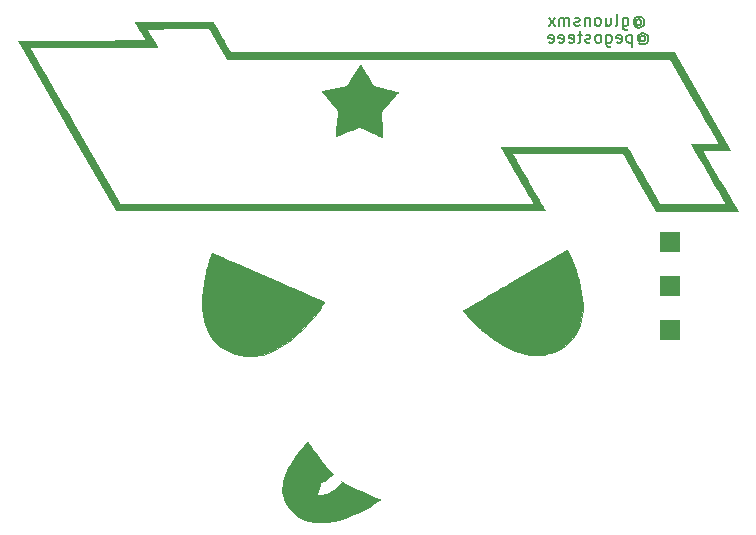
<source format=gbr>
%TF.GenerationSoftware,KiCad,Pcbnew,(6.0.9)*%
%TF.CreationDate,2023-10-21T14:44:12-07:00*%
%TF.ProjectId,pegoste2023,7065676f-7374-4653-9230-32332e6b6963,rev?*%
%TF.SameCoordinates,Original*%
%TF.FileFunction,Soldermask,Bot*%
%TF.FilePolarity,Negative*%
%FSLAX46Y46*%
G04 Gerber Fmt 4.6, Leading zero omitted, Abs format (unit mm)*
G04 Created by KiCad (PCBNEW (6.0.9)) date 2023-10-21 14:44:12*
%MOMM*%
%LPD*%
G01*
G04 APERTURE LIST*
%ADD10C,0.180000*%
%ADD11C,0.150000*%
%ADD12C,0.010000*%
%ADD13R,1.700000X1.700000*%
G04 APERTURE END LIST*
D10*
X164823809Y-77485714D02*
X164823809Y-78485714D01*
X164823809Y-77533333D02*
X164728571Y-77485714D01*
X164538095Y-77485714D01*
X164442857Y-77533333D01*
X164395238Y-77580952D01*
X164347619Y-77676190D01*
X164347619Y-77961904D01*
X164395238Y-78057142D01*
X164442857Y-78104761D01*
X164538095Y-78152380D01*
X164728571Y-78152380D01*
X164823809Y-78104761D01*
X163538095Y-78104761D02*
X163633333Y-78152380D01*
X163823809Y-78152380D01*
X163919047Y-78104761D01*
X163966666Y-78009523D01*
X163966666Y-77628571D01*
X163919047Y-77533333D01*
X163823809Y-77485714D01*
X163633333Y-77485714D01*
X163538095Y-77533333D01*
X163490476Y-77628571D01*
X163490476Y-77723809D01*
X163966666Y-77819047D01*
X162633333Y-77485714D02*
X162633333Y-78295238D01*
X162680952Y-78390476D01*
X162728571Y-78438095D01*
X162823809Y-78485714D01*
X162966666Y-78485714D01*
X163061904Y-78438095D01*
X162633333Y-78104761D02*
X162728571Y-78152380D01*
X162919047Y-78152380D01*
X163014285Y-78104761D01*
X163061904Y-78057142D01*
X163109523Y-77961904D01*
X163109523Y-77676190D01*
X163061904Y-77580952D01*
X163014285Y-77533333D01*
X162919047Y-77485714D01*
X162728571Y-77485714D01*
X162633333Y-77533333D01*
X162014285Y-78152380D02*
X162109523Y-78104761D01*
X162157142Y-78057142D01*
X162204761Y-77961904D01*
X162204761Y-77676190D01*
X162157142Y-77580952D01*
X162109523Y-77533333D01*
X162014285Y-77485714D01*
X161871428Y-77485714D01*
X161776190Y-77533333D01*
X161728571Y-77580952D01*
X161680952Y-77676190D01*
X161680952Y-77961904D01*
X161728571Y-78057142D01*
X161776190Y-78104761D01*
X161871428Y-78152380D01*
X162014285Y-78152380D01*
X161299999Y-78104761D02*
X161204761Y-78152380D01*
X161014285Y-78152380D01*
X160919047Y-78104761D01*
X160871428Y-78009523D01*
X160871428Y-77961904D01*
X160919047Y-77866666D01*
X161014285Y-77819047D01*
X161157142Y-77819047D01*
X161252380Y-77771428D01*
X161299999Y-77676190D01*
X161299999Y-77628571D01*
X161252380Y-77533333D01*
X161157142Y-77485714D01*
X161014285Y-77485714D01*
X160919047Y-77533333D01*
X160585714Y-77485714D02*
X160204761Y-77485714D01*
X160442857Y-77152380D02*
X160442857Y-78009523D01*
X160395238Y-78104761D01*
X160299999Y-78152380D01*
X160204761Y-78152380D01*
X159490476Y-78104761D02*
X159585714Y-78152380D01*
X159776190Y-78152380D01*
X159871428Y-78104761D01*
X159919047Y-78009523D01*
X159919047Y-77628571D01*
X159871428Y-77533333D01*
X159776190Y-77485714D01*
X159585714Y-77485714D01*
X159490476Y-77533333D01*
X159442857Y-77628571D01*
X159442857Y-77723809D01*
X159919047Y-77819047D01*
X158633333Y-78104761D02*
X158728571Y-78152380D01*
X158919047Y-78152380D01*
X159014285Y-78104761D01*
X159061904Y-78009523D01*
X159061904Y-77628571D01*
X159014285Y-77533333D01*
X158919047Y-77485714D01*
X158728571Y-77485714D01*
X158633333Y-77533333D01*
X158585714Y-77628571D01*
X158585714Y-77723809D01*
X159061904Y-77819047D01*
X157776190Y-78104761D02*
X157871428Y-78152380D01*
X158061904Y-78152380D01*
X158157142Y-78104761D01*
X158204761Y-78009523D01*
X158204761Y-77628571D01*
X158157142Y-77533333D01*
X158061904Y-77485714D01*
X157871428Y-77485714D01*
X157776190Y-77533333D01*
X157728571Y-77628571D01*
X157728571Y-77723809D01*
X158204761Y-77819047D01*
D11*
X165524366Y-77662399D02*
X165571985Y-77614780D01*
X165667223Y-77567161D01*
X165762461Y-77567161D01*
X165857699Y-77614780D01*
X165905318Y-77662399D01*
X165952937Y-77757637D01*
X165952937Y-77852875D01*
X165905318Y-77948113D01*
X165857699Y-77995732D01*
X165762461Y-78043351D01*
X165667223Y-78043351D01*
X165571985Y-77995732D01*
X165524366Y-77948113D01*
X165524366Y-77567161D02*
X165524366Y-77948113D01*
X165476747Y-77995732D01*
X165429128Y-77995732D01*
X165333890Y-77948113D01*
X165286271Y-77852875D01*
X165286271Y-77614780D01*
X165381509Y-77471923D01*
X165524366Y-77376685D01*
X165714842Y-77329066D01*
X165905318Y-77376685D01*
X166048175Y-77471923D01*
X166143413Y-77614780D01*
X166191032Y-77805256D01*
X166143413Y-77995732D01*
X166048175Y-78138589D01*
X165905318Y-78233828D01*
X165714842Y-78281447D01*
X165524366Y-78233828D01*
X165381509Y-78138589D01*
D10*
X164045572Y-76045064D02*
X164045572Y-76854588D01*
X164093191Y-76949826D01*
X164140810Y-76997445D01*
X164236048Y-77045064D01*
X164378905Y-77045064D01*
X164474143Y-76997445D01*
X164045572Y-76664111D02*
X164140810Y-76711730D01*
X164331286Y-76711730D01*
X164426524Y-76664111D01*
X164474143Y-76616492D01*
X164521762Y-76521254D01*
X164521762Y-76235540D01*
X164474143Y-76140302D01*
X164426524Y-76092683D01*
X164331286Y-76045064D01*
X164140810Y-76045064D01*
X164045572Y-76092683D01*
X163426524Y-76711730D02*
X163521762Y-76664111D01*
X163569381Y-76568873D01*
X163569381Y-75711730D01*
X162617000Y-76045064D02*
X162617000Y-76711730D01*
X163045572Y-76045064D02*
X163045572Y-76568873D01*
X162997953Y-76664111D01*
X162902715Y-76711730D01*
X162759858Y-76711730D01*
X162664620Y-76664111D01*
X162617000Y-76616492D01*
X161997953Y-76711730D02*
X162093191Y-76664111D01*
X162140810Y-76616492D01*
X162188429Y-76521254D01*
X162188429Y-76235540D01*
X162140810Y-76140302D01*
X162093191Y-76092683D01*
X161997953Y-76045064D01*
X161855096Y-76045064D01*
X161759858Y-76092683D01*
X161712239Y-76140302D01*
X161664620Y-76235540D01*
X161664620Y-76521254D01*
X161712239Y-76616492D01*
X161759858Y-76664111D01*
X161855096Y-76711730D01*
X161997953Y-76711730D01*
X161236048Y-76045064D02*
X161236048Y-76711730D01*
X161236048Y-76140302D02*
X161188429Y-76092683D01*
X161093191Y-76045064D01*
X160950334Y-76045064D01*
X160855096Y-76092683D01*
X160807477Y-76187921D01*
X160807477Y-76711730D01*
X160378905Y-76664111D02*
X160283667Y-76711730D01*
X160093191Y-76711730D01*
X159997953Y-76664111D01*
X159950334Y-76568873D01*
X159950334Y-76521254D01*
X159997953Y-76426016D01*
X160093191Y-76378397D01*
X160236048Y-76378397D01*
X160331286Y-76330778D01*
X160378905Y-76235540D01*
X160378905Y-76187921D01*
X160331286Y-76092683D01*
X160236048Y-76045064D01*
X160093191Y-76045064D01*
X159997953Y-76092683D01*
X159521762Y-76711730D02*
X159521762Y-76045064D01*
X159521762Y-76140302D02*
X159474143Y-76092683D01*
X159378905Y-76045064D01*
X159236048Y-76045064D01*
X159140810Y-76092683D01*
X159093191Y-76187921D01*
X159093191Y-76711730D01*
X159093191Y-76187921D02*
X159045572Y-76092683D01*
X158950334Y-76045064D01*
X158807477Y-76045064D01*
X158712239Y-76092683D01*
X158664620Y-76187921D01*
X158664620Y-76711730D01*
X158283667Y-76711730D02*
X157759858Y-76045064D01*
X158283667Y-76045064D02*
X157759858Y-76711730D01*
D11*
X165185714Y-76276190D02*
X165233333Y-76228571D01*
X165328571Y-76180952D01*
X165423809Y-76180952D01*
X165519047Y-76228571D01*
X165566666Y-76276190D01*
X165614285Y-76371428D01*
X165614285Y-76466666D01*
X165566666Y-76561904D01*
X165519047Y-76609523D01*
X165423809Y-76657142D01*
X165328571Y-76657142D01*
X165233333Y-76609523D01*
X165185714Y-76561904D01*
X165185714Y-76180952D02*
X165185714Y-76561904D01*
X165138095Y-76609523D01*
X165090476Y-76609523D01*
X164995238Y-76561904D01*
X164947619Y-76466666D01*
X164947619Y-76228571D01*
X165042857Y-76085714D01*
X165185714Y-75990476D01*
X165376190Y-75942857D01*
X165566666Y-75990476D01*
X165709523Y-76085714D01*
X165804761Y-76228571D01*
X165852380Y-76419047D01*
X165804761Y-76609523D01*
X165709523Y-76752380D01*
X165566666Y-76847619D01*
X165376190Y-76895238D01*
X165185714Y-76847619D01*
X165042857Y-76752380D01*
%TO.C,Ref\u002A\u002A*%
G36*
X141827619Y-80013208D02*
G01*
X141853359Y-80046655D01*
X141889466Y-80100572D01*
X141937470Y-80177447D01*
X141998902Y-80279765D01*
X142075290Y-80410015D01*
X142168163Y-80570682D01*
X142279053Y-80764255D01*
X142361855Y-80909497D01*
X142896747Y-81849072D01*
X143926035Y-82099431D01*
X144128469Y-82148800D01*
X144318680Y-82195439D01*
X144492650Y-82238345D01*
X144646358Y-82276515D01*
X144775786Y-82308945D01*
X144876913Y-82334633D01*
X144945721Y-82352576D01*
X144978190Y-82361769D01*
X144979951Y-82362461D01*
X144971395Y-82380454D01*
X144935870Y-82427287D01*
X144875241Y-82500802D01*
X144791375Y-82598842D01*
X144686135Y-82719251D01*
X144561388Y-82859872D01*
X144418998Y-83018548D01*
X144276159Y-83176270D01*
X144135061Y-83331599D01*
X144002968Y-83477291D01*
X143882551Y-83610382D01*
X143776480Y-83727909D01*
X143687425Y-83826906D01*
X143618056Y-83904409D01*
X143571043Y-83957454D01*
X143549057Y-83983077D01*
X143547740Y-83984982D01*
X143549269Y-84006966D01*
X143553653Y-84066998D01*
X143560580Y-84160910D01*
X143569742Y-84284535D01*
X143580829Y-84433704D01*
X143593533Y-84604252D01*
X143607543Y-84792009D01*
X143621818Y-84983010D01*
X143640487Y-85233545D01*
X143656054Y-85445114D01*
X143668682Y-85620959D01*
X143678536Y-85764323D01*
X143685780Y-85878445D01*
X143690579Y-85966570D01*
X143693096Y-86031937D01*
X143693496Y-86077788D01*
X143691944Y-86107366D01*
X143688603Y-86123912D01*
X143683639Y-86130667D01*
X143680031Y-86131374D01*
X143658180Y-86122712D01*
X143601552Y-86098184D01*
X143513895Y-86059468D01*
X143398960Y-86008240D01*
X143260497Y-85946177D01*
X143102254Y-85874958D01*
X142927982Y-85796258D01*
X142741430Y-85711755D01*
X142711656Y-85698246D01*
X142522942Y-85612867D01*
X142345383Y-85533054D01*
X142182809Y-85460491D01*
X142039048Y-85396862D01*
X141917929Y-85343852D01*
X141823281Y-85303146D01*
X141758932Y-85276428D01*
X141728712Y-85265383D01*
X141727406Y-85265183D01*
X141702097Y-85272846D01*
X141641512Y-85295128D01*
X141549511Y-85330504D01*
X141429950Y-85377444D01*
X141286689Y-85434423D01*
X141123585Y-85499911D01*
X140944495Y-85572383D01*
X140753279Y-85650311D01*
X140713285Y-85666676D01*
X140520969Y-85745161D01*
X140340724Y-85818203D01*
X140176296Y-85884322D01*
X140031432Y-85942036D01*
X139909878Y-85989862D01*
X139815379Y-86026318D01*
X139751684Y-86049923D01*
X139722536Y-86059195D01*
X139721125Y-86059156D01*
X139721763Y-86037322D01*
X139726563Y-85978326D01*
X139735003Y-85887079D01*
X139746561Y-85768493D01*
X139760717Y-85627480D01*
X139776949Y-85468950D01*
X139794735Y-85297815D01*
X139813555Y-85118986D01*
X139832887Y-84937376D01*
X139852210Y-84757895D01*
X139871002Y-84585456D01*
X139888743Y-84424968D01*
X139904910Y-84281345D01*
X139918983Y-84159497D01*
X139930440Y-84064336D01*
X139938759Y-84000772D01*
X139941522Y-83982713D01*
X139942379Y-83966260D01*
X139938123Y-83946586D01*
X139926588Y-83920889D01*
X139905607Y-83886361D01*
X139873015Y-83840200D01*
X139826645Y-83779600D01*
X139764331Y-83701756D01*
X139683906Y-83603864D01*
X139583205Y-83483119D01*
X139460061Y-83336716D01*
X139312309Y-83161850D01*
X139257764Y-83097401D01*
X139122510Y-82937474D01*
X138995743Y-82787285D01*
X138880062Y-82649937D01*
X138778070Y-82528529D01*
X138692364Y-82426164D01*
X138625545Y-82345941D01*
X138580213Y-82290963D01*
X138558968Y-82264330D01*
X138557700Y-82262404D01*
X138576721Y-82255464D01*
X138633304Y-82240999D01*
X138723516Y-82219877D01*
X138843427Y-82192963D01*
X138989105Y-82161128D01*
X139156619Y-82125238D01*
X139342036Y-82086162D01*
X139541426Y-82044767D01*
X139573700Y-82038123D01*
X139776873Y-81996218D01*
X139968318Y-81956487D01*
X140143855Y-81919816D01*
X140299303Y-81887090D01*
X140430481Y-81859192D01*
X140533208Y-81837009D01*
X140603302Y-81821425D01*
X140636583Y-81813324D01*
X140637866Y-81812911D01*
X140659363Y-81791125D01*
X140701303Y-81734649D01*
X140762555Y-81645213D01*
X140841983Y-81524550D01*
X140938455Y-81374390D01*
X141050836Y-81196465D01*
X141177994Y-80992505D01*
X141228016Y-80911670D01*
X141336920Y-80735631D01*
X141439649Y-80570106D01*
X141533954Y-80418684D01*
X141617585Y-80284952D01*
X141688290Y-80172499D01*
X141743820Y-80084912D01*
X141781926Y-80025779D01*
X141800356Y-79998689D01*
X141801126Y-79997776D01*
X141810718Y-79997744D01*
X141827619Y-80013208D01*
G37*
D12*
X141827619Y-80013208D02*
X141853359Y-80046655D01*
X141889466Y-80100572D01*
X141937470Y-80177447D01*
X141998902Y-80279765D01*
X142075290Y-80410015D01*
X142168163Y-80570682D01*
X142279053Y-80764255D01*
X142361855Y-80909497D01*
X142896747Y-81849072D01*
X143926035Y-82099431D01*
X144128469Y-82148800D01*
X144318680Y-82195439D01*
X144492650Y-82238345D01*
X144646358Y-82276515D01*
X144775786Y-82308945D01*
X144876913Y-82334633D01*
X144945721Y-82352576D01*
X144978190Y-82361769D01*
X144979951Y-82362461D01*
X144971395Y-82380454D01*
X144935870Y-82427287D01*
X144875241Y-82500802D01*
X144791375Y-82598842D01*
X144686135Y-82719251D01*
X144561388Y-82859872D01*
X144418998Y-83018548D01*
X144276159Y-83176270D01*
X144135061Y-83331599D01*
X144002968Y-83477291D01*
X143882551Y-83610382D01*
X143776480Y-83727909D01*
X143687425Y-83826906D01*
X143618056Y-83904409D01*
X143571043Y-83957454D01*
X143549057Y-83983077D01*
X143547740Y-83984982D01*
X143549269Y-84006966D01*
X143553653Y-84066998D01*
X143560580Y-84160910D01*
X143569742Y-84284535D01*
X143580829Y-84433704D01*
X143593533Y-84604252D01*
X143607543Y-84792009D01*
X143621818Y-84983010D01*
X143640487Y-85233545D01*
X143656054Y-85445114D01*
X143668682Y-85620959D01*
X143678536Y-85764323D01*
X143685780Y-85878445D01*
X143690579Y-85966570D01*
X143693096Y-86031937D01*
X143693496Y-86077788D01*
X143691944Y-86107366D01*
X143688603Y-86123912D01*
X143683639Y-86130667D01*
X143680031Y-86131374D01*
X143658180Y-86122712D01*
X143601552Y-86098184D01*
X143513895Y-86059468D01*
X143398960Y-86008240D01*
X143260497Y-85946177D01*
X143102254Y-85874958D01*
X142927982Y-85796258D01*
X142741430Y-85711755D01*
X142711656Y-85698246D01*
X142522942Y-85612867D01*
X142345383Y-85533054D01*
X142182809Y-85460491D01*
X142039048Y-85396862D01*
X141917929Y-85343852D01*
X141823281Y-85303146D01*
X141758932Y-85276428D01*
X141728712Y-85265383D01*
X141727406Y-85265183D01*
X141702097Y-85272846D01*
X141641512Y-85295128D01*
X141549511Y-85330504D01*
X141429950Y-85377444D01*
X141286689Y-85434423D01*
X141123585Y-85499911D01*
X140944495Y-85572383D01*
X140753279Y-85650311D01*
X140713285Y-85666676D01*
X140520969Y-85745161D01*
X140340724Y-85818203D01*
X140176296Y-85884322D01*
X140031432Y-85942036D01*
X139909878Y-85989862D01*
X139815379Y-86026318D01*
X139751684Y-86049923D01*
X139722536Y-86059195D01*
X139721125Y-86059156D01*
X139721763Y-86037322D01*
X139726563Y-85978326D01*
X139735003Y-85887079D01*
X139746561Y-85768493D01*
X139760717Y-85627480D01*
X139776949Y-85468950D01*
X139794735Y-85297815D01*
X139813555Y-85118986D01*
X139832887Y-84937376D01*
X139852210Y-84757895D01*
X139871002Y-84585456D01*
X139888743Y-84424968D01*
X139904910Y-84281345D01*
X139918983Y-84159497D01*
X139930440Y-84064336D01*
X139938759Y-84000772D01*
X139941522Y-83982713D01*
X139942379Y-83966260D01*
X139938123Y-83946586D01*
X139926588Y-83920889D01*
X139905607Y-83886361D01*
X139873015Y-83840200D01*
X139826645Y-83779600D01*
X139764331Y-83701756D01*
X139683906Y-83603864D01*
X139583205Y-83483119D01*
X139460061Y-83336716D01*
X139312309Y-83161850D01*
X139257764Y-83097401D01*
X139122510Y-82937474D01*
X138995743Y-82787285D01*
X138880062Y-82649937D01*
X138778070Y-82528529D01*
X138692364Y-82426164D01*
X138625545Y-82345941D01*
X138580213Y-82290963D01*
X138558968Y-82264330D01*
X138557700Y-82262404D01*
X138576721Y-82255464D01*
X138633304Y-82240999D01*
X138723516Y-82219877D01*
X138843427Y-82192963D01*
X138989105Y-82161128D01*
X139156619Y-82125238D01*
X139342036Y-82086162D01*
X139541426Y-82044767D01*
X139573700Y-82038123D01*
X139776873Y-81996218D01*
X139968318Y-81956487D01*
X140143855Y-81919816D01*
X140299303Y-81887090D01*
X140430481Y-81859192D01*
X140533208Y-81837009D01*
X140603302Y-81821425D01*
X140636583Y-81813324D01*
X140637866Y-81812911D01*
X140659363Y-81791125D01*
X140701303Y-81734649D01*
X140762555Y-81645213D01*
X140841983Y-81524550D01*
X140938455Y-81374390D01*
X141050836Y-81196465D01*
X141177994Y-80992505D01*
X141228016Y-80911670D01*
X141336920Y-80735631D01*
X141439649Y-80570106D01*
X141533954Y-80418684D01*
X141617585Y-80284952D01*
X141688290Y-80172499D01*
X141743820Y-80084912D01*
X141781926Y-80025779D01*
X141800356Y-79998689D01*
X141801126Y-79997776D01*
X141810718Y-79997744D01*
X141827619Y-80013208D01*
G36*
X137363826Y-111999420D02*
G01*
X137401623Y-112046680D01*
X137456831Y-112118217D01*
X137525656Y-112209088D01*
X137604304Y-112314349D01*
X137644255Y-112368299D01*
X137830370Y-112618844D01*
X138022096Y-112874144D01*
X138215953Y-113129717D01*
X138408461Y-113381079D01*
X138596141Y-113623749D01*
X138775513Y-113853244D01*
X138943097Y-114065081D01*
X139095415Y-114254777D01*
X139228987Y-114417851D01*
X139311981Y-114516716D01*
X139465121Y-114696632D01*
X139384472Y-114767257D01*
X139270782Y-114861631D01*
X139141916Y-114960007D01*
X139005573Y-115057264D01*
X138869453Y-115148277D01*
X138741257Y-115227926D01*
X138628682Y-115291088D01*
X138539431Y-115332640D01*
X138528488Y-115336707D01*
X138473311Y-115359565D01*
X138441272Y-115379289D01*
X138437675Y-115387277D01*
X138434451Y-115410868D01*
X138420517Y-115469371D01*
X138397387Y-115557167D01*
X138366577Y-115668637D01*
X138329600Y-115798162D01*
X138296019Y-115912954D01*
X138255323Y-116052886D01*
X138219843Y-116179242D01*
X138191047Y-116286431D01*
X138170402Y-116368860D01*
X138159374Y-116420937D01*
X138158525Y-116437057D01*
X138184548Y-116444282D01*
X138242030Y-116451736D01*
X138320122Y-116458119D01*
X138347846Y-116459732D01*
X138495914Y-116458278D01*
X138647748Y-116437517D01*
X138806106Y-116396010D01*
X138973750Y-116332317D01*
X139153438Y-116245000D01*
X139347932Y-116132621D01*
X139559991Y-115993740D01*
X139792374Y-115826920D01*
X140047843Y-115630721D01*
X140250969Y-115467736D01*
X140274614Y-115445324D01*
X140276809Y-115424118D01*
X140255169Y-115391099D01*
X140231706Y-115362541D01*
X140171656Y-115290576D01*
X140245740Y-115335060D01*
X140443694Y-115448870D01*
X140676970Y-115574206D01*
X140940845Y-115708867D01*
X141230594Y-115850652D01*
X141541494Y-115997359D01*
X141868821Y-116146785D01*
X142207851Y-116296731D01*
X142553861Y-116444994D01*
X142902127Y-116589373D01*
X143156156Y-116691482D01*
X143260886Y-116733513D01*
X143351683Y-116770931D01*
X143421208Y-116800635D01*
X143462124Y-116819526D01*
X143469419Y-116823818D01*
X143460890Y-116841839D01*
X143419365Y-116877874D01*
X143348886Y-116929433D01*
X143253493Y-116994029D01*
X143137229Y-117069173D01*
X143004136Y-117152376D01*
X142858253Y-117241150D01*
X142703624Y-117333006D01*
X142544290Y-117425456D01*
X142384292Y-117516010D01*
X142227671Y-117602182D01*
X142078470Y-117681481D01*
X142066073Y-117687921D01*
X141529079Y-117951092D01*
X141004048Y-118177687D01*
X140492055Y-118367354D01*
X139994178Y-118519740D01*
X139511490Y-118634492D01*
X139045068Y-118711258D01*
X138894122Y-118728272D01*
X138726927Y-118740335D01*
X138538636Y-118746373D01*
X138342588Y-118746519D01*
X138152123Y-118740909D01*
X137980580Y-118729675D01*
X137875073Y-118718016D01*
X137493486Y-118646176D01*
X137134902Y-118538814D01*
X136799220Y-118395883D01*
X136486341Y-118217336D01*
X136196163Y-118003123D01*
X135993149Y-117818814D01*
X135763684Y-117566184D01*
X135574350Y-117301145D01*
X135424406Y-117022304D01*
X135313108Y-116728268D01*
X135239713Y-116417644D01*
X135236874Y-116400734D01*
X135218955Y-116239115D01*
X135212163Y-116050602D01*
X135216053Y-115849021D01*
X135230181Y-115648200D01*
X135254103Y-115461965D01*
X135269745Y-115377932D01*
X135370497Y-114992827D01*
X135512182Y-114599175D01*
X135694434Y-114197712D01*
X135916885Y-113789177D01*
X136179166Y-113374309D01*
X136471850Y-112965791D01*
X136557450Y-112855437D01*
X136653163Y-112736593D01*
X136755226Y-112613491D01*
X136859878Y-112490362D01*
X136963355Y-112371436D01*
X137061896Y-112260943D01*
X137151738Y-112163116D01*
X137229119Y-112082185D01*
X137290277Y-112022381D01*
X137331449Y-111987935D01*
X137347236Y-111981379D01*
X137363826Y-111999420D01*
G37*
X137363826Y-111999420D02*
X137401623Y-112046680D01*
X137456831Y-112118217D01*
X137525656Y-112209088D01*
X137604304Y-112314349D01*
X137644255Y-112368299D01*
X137830370Y-112618844D01*
X138022096Y-112874144D01*
X138215953Y-113129717D01*
X138408461Y-113381079D01*
X138596141Y-113623749D01*
X138775513Y-113853244D01*
X138943097Y-114065081D01*
X139095415Y-114254777D01*
X139228987Y-114417851D01*
X139311981Y-114516716D01*
X139465121Y-114696632D01*
X139384472Y-114767257D01*
X139270782Y-114861631D01*
X139141916Y-114960007D01*
X139005573Y-115057264D01*
X138869453Y-115148277D01*
X138741257Y-115227926D01*
X138628682Y-115291088D01*
X138539431Y-115332640D01*
X138528488Y-115336707D01*
X138473311Y-115359565D01*
X138441272Y-115379289D01*
X138437675Y-115387277D01*
X138434451Y-115410868D01*
X138420517Y-115469371D01*
X138397387Y-115557167D01*
X138366577Y-115668637D01*
X138329600Y-115798162D01*
X138296019Y-115912954D01*
X138255323Y-116052886D01*
X138219843Y-116179242D01*
X138191047Y-116286431D01*
X138170402Y-116368860D01*
X138159374Y-116420937D01*
X138158525Y-116437057D01*
X138184548Y-116444282D01*
X138242030Y-116451736D01*
X138320122Y-116458119D01*
X138347846Y-116459732D01*
X138495914Y-116458278D01*
X138647748Y-116437517D01*
X138806106Y-116396010D01*
X138973750Y-116332317D01*
X139153438Y-116245000D01*
X139347932Y-116132621D01*
X139559991Y-115993740D01*
X139792374Y-115826920D01*
X140047843Y-115630721D01*
X140250969Y-115467736D01*
X140274614Y-115445324D01*
X140276809Y-115424118D01*
X140255169Y-115391099D01*
X140231706Y-115362541D01*
X140171656Y-115290576D01*
X140245740Y-115335060D01*
X140443694Y-115448870D01*
X140676970Y-115574206D01*
X140940845Y-115708867D01*
X141230594Y-115850652D01*
X141541494Y-115997359D01*
X141868821Y-116146785D01*
X142207851Y-116296731D01*
X142553861Y-116444994D01*
X142902127Y-116589373D01*
X143156156Y-116691482D01*
X143260886Y-116733513D01*
X143351683Y-116770931D01*
X143421208Y-116800635D01*
X143462124Y-116819526D01*
X143469419Y-116823818D01*
X143460890Y-116841839D01*
X143419365Y-116877874D01*
X143348886Y-116929433D01*
X143253493Y-116994029D01*
X143137229Y-117069173D01*
X143004136Y-117152376D01*
X142858253Y-117241150D01*
X142703624Y-117333006D01*
X142544290Y-117425456D01*
X142384292Y-117516010D01*
X142227671Y-117602182D01*
X142078470Y-117681481D01*
X142066073Y-117687921D01*
X141529079Y-117951092D01*
X141004048Y-118177687D01*
X140492055Y-118367354D01*
X139994178Y-118519740D01*
X139511490Y-118634492D01*
X139045068Y-118711258D01*
X138894122Y-118728272D01*
X138726927Y-118740335D01*
X138538636Y-118746373D01*
X138342588Y-118746519D01*
X138152123Y-118740909D01*
X137980580Y-118729675D01*
X137875073Y-118718016D01*
X137493486Y-118646176D01*
X137134902Y-118538814D01*
X136799220Y-118395883D01*
X136486341Y-118217336D01*
X136196163Y-118003123D01*
X135993149Y-117818814D01*
X135763684Y-117566184D01*
X135574350Y-117301145D01*
X135424406Y-117022304D01*
X135313108Y-116728268D01*
X135239713Y-116417644D01*
X135236874Y-116400734D01*
X135218955Y-116239115D01*
X135212163Y-116050602D01*
X135216053Y-115849021D01*
X135230181Y-115648200D01*
X135254103Y-115461965D01*
X135269745Y-115377932D01*
X135370497Y-114992827D01*
X135512182Y-114599175D01*
X135694434Y-114197712D01*
X135916885Y-113789177D01*
X136179166Y-113374309D01*
X136471850Y-112965791D01*
X136557450Y-112855437D01*
X136653163Y-112736593D01*
X136755226Y-112613491D01*
X136859878Y-112490362D01*
X136963355Y-112371436D01*
X137061896Y-112260943D01*
X137151738Y-112163116D01*
X137229119Y-112082185D01*
X137290277Y-112022381D01*
X137331449Y-111987935D01*
X137347236Y-111981379D01*
X137363826Y-111999420D01*
G36*
X118218532Y-77967261D02*
G01*
X118693074Y-77966765D01*
X119156606Y-77966209D01*
X119607341Y-77965598D01*
X120043490Y-77964935D01*
X120463265Y-77964227D01*
X120864876Y-77963478D01*
X121246535Y-77962693D01*
X121606454Y-77961877D01*
X121942844Y-77961034D01*
X122253916Y-77960169D01*
X122537882Y-77959288D01*
X122792954Y-77958395D01*
X123017343Y-77957495D01*
X123209259Y-77956592D01*
X123366916Y-77955692D01*
X123488523Y-77954800D01*
X123572293Y-77953920D01*
X123616437Y-77953057D01*
X123623125Y-77952622D01*
X123618972Y-77932381D01*
X123594263Y-77878107D01*
X123550219Y-77792071D01*
X123488062Y-77676542D01*
X123409012Y-77533790D01*
X123314291Y-77366085D01*
X123205120Y-77175696D01*
X123204522Y-77174660D01*
X122760951Y-76406132D01*
X126036230Y-76400773D01*
X126488026Y-76400096D01*
X126899177Y-76399619D01*
X127271368Y-76399353D01*
X127606288Y-76399309D01*
X127905623Y-76399496D01*
X128171061Y-76399927D01*
X128404289Y-76400613D01*
X128606993Y-76401563D01*
X128780861Y-76402788D01*
X128927579Y-76404300D01*
X129048836Y-76406110D01*
X129146318Y-76408228D01*
X129221712Y-76410665D01*
X129276706Y-76413431D01*
X129312985Y-76416538D01*
X129332238Y-76419997D01*
X129336083Y-76421940D01*
X129350663Y-76444475D01*
X129384471Y-76500579D01*
X129435669Y-76587100D01*
X129502419Y-76700889D01*
X129582885Y-76838793D01*
X129675229Y-76997661D01*
X129777613Y-77174343D01*
X129888200Y-77365687D01*
X130005152Y-77568542D01*
X130042716Y-77633799D01*
X130162252Y-77841390D01*
X130276698Y-78039859D01*
X130384119Y-78225869D01*
X130482581Y-78396083D01*
X130570149Y-78547164D01*
X130644888Y-78675775D01*
X130704865Y-78778581D01*
X130748143Y-78852243D01*
X130772789Y-78893426D01*
X130775975Y-78898507D01*
X130827173Y-78977882D01*
X149585831Y-78978069D01*
X168344490Y-78978257D01*
X170730060Y-83110861D01*
X173115630Y-87243466D01*
X170755068Y-87264632D01*
X171698195Y-88896276D01*
X171867007Y-89187439D01*
X172041568Y-89486857D01*
X172219705Y-89790890D01*
X172399245Y-90095898D01*
X172578013Y-90398241D01*
X172753837Y-90694280D01*
X172924542Y-90980374D01*
X173087955Y-91252884D01*
X173241902Y-91508170D01*
X173384211Y-91742592D01*
X173512706Y-91952511D01*
X173625215Y-92134287D01*
X173719565Y-92284280D01*
X173747999Y-92328757D01*
X173778608Y-92376382D01*
X166856594Y-92376382D01*
X165452125Y-89942507D01*
X164047656Y-87508631D01*
X159353948Y-87508340D01*
X158911357Y-87508362D01*
X158480077Y-87508479D01*
X158062010Y-87508687D01*
X157659059Y-87508983D01*
X157273128Y-87509361D01*
X156906120Y-87509818D01*
X156559937Y-87510348D01*
X156236482Y-87510948D01*
X155937658Y-87511613D01*
X155665369Y-87512340D01*
X155421518Y-87513122D01*
X155208007Y-87513957D01*
X155026739Y-87514840D01*
X154879618Y-87515766D01*
X154768546Y-87516731D01*
X154695426Y-87517731D01*
X154662162Y-87518761D01*
X154660240Y-87519078D01*
X154670625Y-87538414D01*
X154700954Y-87592245D01*
X154749987Y-87678415D01*
X154816485Y-87794768D01*
X154899209Y-87939147D01*
X154996920Y-88109395D01*
X155108377Y-88303356D01*
X155232341Y-88518874D01*
X155367574Y-88753792D01*
X155512834Y-89005952D01*
X155666885Y-89273200D01*
X155828484Y-89553378D01*
X155996394Y-89844330D01*
X156046656Y-89931391D01*
X156216183Y-90225097D01*
X156379764Y-90508666D01*
X156536157Y-90779940D01*
X156684125Y-91036762D01*
X156822428Y-91276976D01*
X156949826Y-91498425D01*
X157065080Y-91698951D01*
X157166951Y-91876399D01*
X157254198Y-92028612D01*
X157325583Y-92153431D01*
X157379866Y-92248702D01*
X157415807Y-92312267D01*
X157432168Y-92341969D01*
X157433073Y-92343945D01*
X157412067Y-92344488D01*
X157349697Y-92345026D01*
X157246928Y-92345556D01*
X157104730Y-92346078D01*
X156924070Y-92346592D01*
X156705916Y-92347098D01*
X156451236Y-92347594D01*
X156160998Y-92348080D01*
X155836169Y-92348555D01*
X155477718Y-92349019D01*
X155086612Y-92349471D01*
X154663819Y-92349911D01*
X154210308Y-92350337D01*
X153727045Y-92350750D01*
X153215000Y-92351149D01*
X152675139Y-92351533D01*
X152108430Y-92351901D01*
X151515842Y-92352254D01*
X150898343Y-92352589D01*
X150256899Y-92352908D01*
X149592480Y-92353208D01*
X148906052Y-92353490D01*
X148198585Y-92353753D01*
X147471045Y-92353997D01*
X146724400Y-92354220D01*
X145959619Y-92354422D01*
X145177670Y-92354602D01*
X144379519Y-92354761D01*
X143566135Y-92354897D01*
X142738487Y-92355010D01*
X141897541Y-92355098D01*
X141044265Y-92355163D01*
X140179629Y-92355202D01*
X139304598Y-92355215D01*
X139287909Y-92355216D01*
X121142745Y-92355216D01*
X116990826Y-85163841D01*
X113148669Y-78508990D01*
X113787406Y-78508990D01*
X113797870Y-78528442D01*
X113828765Y-78583256D01*
X113879346Y-78672137D01*
X113948867Y-78793790D01*
X114036583Y-78946923D01*
X114141749Y-79130239D01*
X114263619Y-79342444D01*
X114401448Y-79582245D01*
X114554491Y-79848346D01*
X114722002Y-80139454D01*
X114903236Y-80454273D01*
X115097448Y-80791510D01*
X115303892Y-81149869D01*
X115521823Y-81528057D01*
X115750496Y-81924779D01*
X115989166Y-82338741D01*
X116237086Y-82768648D01*
X116493512Y-83213205D01*
X116757698Y-83671119D01*
X117028899Y-84141094D01*
X117306370Y-84621837D01*
X117589365Y-85112053D01*
X117617403Y-85160615D01*
X121447399Y-91794299D01*
X138973479Y-91799603D01*
X156499558Y-91804908D01*
X156227778Y-91333937D01*
X156179009Y-91249433D01*
X156110928Y-91131479D01*
X156025390Y-90983289D01*
X155924249Y-90808073D01*
X155809359Y-90609046D01*
X155682576Y-90389419D01*
X155545753Y-90152405D01*
X155400744Y-89901215D01*
X155249406Y-89639064D01*
X155093591Y-89369162D01*
X154935154Y-89094723D01*
X154831762Y-88915632D01*
X153707526Y-86968299D01*
X159024960Y-86962966D01*
X159605432Y-86962421D01*
X160144895Y-86961996D01*
X160644677Y-86961696D01*
X161106101Y-86961528D01*
X161530493Y-86961495D01*
X161919179Y-86961603D01*
X162273484Y-86961857D01*
X162594733Y-86962263D01*
X162884251Y-86962826D01*
X163143365Y-86963552D01*
X163373399Y-86964444D01*
X163575678Y-86965509D01*
X163751529Y-86966752D01*
X163902275Y-86968179D01*
X164029244Y-86969793D01*
X164133760Y-86971601D01*
X164217147Y-86973608D01*
X164280733Y-86975820D01*
X164325842Y-86978240D01*
X164353799Y-86980875D01*
X164365930Y-86983731D01*
X164366426Y-86984132D01*
X164379770Y-87005422D01*
X164412955Y-87061217D01*
X164464714Y-87149330D01*
X164533778Y-87267573D01*
X164618877Y-87413756D01*
X164718745Y-87585693D01*
X164832111Y-87781194D01*
X164957707Y-87998073D01*
X165094265Y-88234140D01*
X165240516Y-88487207D01*
X165395191Y-88755086D01*
X165557021Y-89035589D01*
X165724738Y-89326529D01*
X165762395Y-89391882D01*
X165931198Y-89684806D01*
X166094342Y-89967778D01*
X166250560Y-90238610D01*
X166398587Y-90495114D01*
X166537160Y-90735104D01*
X166665012Y-90956390D01*
X166780878Y-91156787D01*
X166883495Y-91334105D01*
X166971596Y-91486158D01*
X167043917Y-91610758D01*
X167099193Y-91705717D01*
X167136159Y-91768848D01*
X167153550Y-91797962D01*
X167154627Y-91799591D01*
X167165551Y-91803519D01*
X167193193Y-91807066D01*
X167239355Y-91810247D01*
X167305837Y-91813080D01*
X167394442Y-91815581D01*
X167506969Y-91817767D01*
X167645220Y-91819655D01*
X167810995Y-91821262D01*
X168006097Y-91822604D01*
X168232325Y-91823699D01*
X168491480Y-91824563D01*
X168785365Y-91825212D01*
X169115779Y-91825665D01*
X169484524Y-91825937D01*
X169893400Y-91826045D01*
X169989932Y-91826049D01*
X172804942Y-91826049D01*
X172773761Y-91778424D01*
X172703895Y-91669132D01*
X172613928Y-91524052D01*
X172504515Y-91344293D01*
X172376310Y-91130962D01*
X172229969Y-90885169D01*
X172066146Y-90608021D01*
X171885496Y-90300627D01*
X171688673Y-89964094D01*
X171476333Y-89599533D01*
X171249129Y-89208049D01*
X171007718Y-88790753D01*
X170960953Y-88709776D01*
X170807109Y-88443210D01*
X170659338Y-88186970D01*
X170519002Y-87943430D01*
X170387467Y-87714966D01*
X170266095Y-87503954D01*
X170156250Y-87312769D01*
X170059297Y-87143787D01*
X169976600Y-86999383D01*
X169909522Y-86881933D01*
X169859427Y-86793813D01*
X169827680Y-86737398D01*
X169815643Y-86715063D01*
X169815573Y-86714817D01*
X169836105Y-86712751D01*
X169895168Y-86710811D01*
X169988955Y-86709030D01*
X170113664Y-86707447D01*
X170265491Y-86706096D01*
X170440633Y-86705014D01*
X170635284Y-86704237D01*
X170845641Y-86703800D01*
X170990323Y-86703716D01*
X171208854Y-86703438D01*
X171414124Y-86702640D01*
X171602336Y-86701373D01*
X171769694Y-86699688D01*
X171912400Y-86697637D01*
X172026659Y-86695271D01*
X172108674Y-86692641D01*
X172154648Y-86689799D01*
X172163404Y-86687841D01*
X172152806Y-86668199D01*
X172122027Y-86613678D01*
X172072085Y-86526046D01*
X172003996Y-86407068D01*
X171918779Y-86258509D01*
X171817449Y-86082135D01*
X171701025Y-85879714D01*
X171570522Y-85653009D01*
X171426958Y-85403788D01*
X171271350Y-85133817D01*
X171104715Y-84844861D01*
X170928070Y-84538686D01*
X170742432Y-84217058D01*
X170548818Y-83881743D01*
X170348245Y-83534508D01*
X170141730Y-83177117D01*
X170094152Y-83094799D01*
X168026568Y-79517632D01*
X149260753Y-79512329D01*
X130494937Y-79507025D01*
X129756164Y-78226454D01*
X129017390Y-76945882D01*
X126363717Y-76945882D01*
X125960319Y-76945957D01*
X125597401Y-76946196D01*
X125273112Y-76946615D01*
X124985600Y-76947235D01*
X124733013Y-76948073D01*
X124513497Y-76949148D01*
X124325202Y-76950478D01*
X124166274Y-76952083D01*
X124034863Y-76953980D01*
X123929115Y-76956189D01*
X123847178Y-76958727D01*
X123787201Y-76961614D01*
X123747330Y-76964867D01*
X123725715Y-76968506D01*
X123720404Y-76972341D01*
X123732957Y-76995927D01*
X123764415Y-77052092D01*
X123812463Y-77136781D01*
X123874784Y-77245943D01*
X123949064Y-77375523D01*
X124032986Y-77521470D01*
X124124235Y-77679730D01*
X124156585Y-77735741D01*
X124249314Y-77896442D01*
X124335084Y-78045508D01*
X124411652Y-78179011D01*
X124476775Y-78293019D01*
X124528210Y-78383603D01*
X124563715Y-78446833D01*
X124581047Y-78478780D01*
X124582406Y-78481866D01*
X124561535Y-78482674D01*
X124500106Y-78483463D01*
X124399892Y-78484230D01*
X124262669Y-78484972D01*
X124090210Y-78485686D01*
X123884292Y-78486369D01*
X123646688Y-78487018D01*
X123379172Y-78487629D01*
X123083520Y-78488201D01*
X122761507Y-78488729D01*
X122414906Y-78489211D01*
X122045492Y-78489644D01*
X121655040Y-78490024D01*
X121245324Y-78490350D01*
X120818120Y-78490617D01*
X120375202Y-78490822D01*
X119918343Y-78490964D01*
X119449320Y-78491038D01*
X119184906Y-78491049D01*
X118709907Y-78491118D01*
X118246091Y-78491322D01*
X117795231Y-78491656D01*
X117359102Y-78492112D01*
X116939479Y-78492685D01*
X116538136Y-78493369D01*
X116156849Y-78494159D01*
X115797391Y-78495048D01*
X115461537Y-78496031D01*
X115151062Y-78497102D01*
X114867740Y-78498254D01*
X114613347Y-78499482D01*
X114389656Y-78500779D01*
X114198442Y-78502141D01*
X114041480Y-78503561D01*
X113920545Y-78505034D01*
X113837411Y-78506552D01*
X113793852Y-78508111D01*
X113787406Y-78508990D01*
X113148669Y-78508990D01*
X112838908Y-77972466D01*
X118218532Y-77967261D01*
G37*
X118218532Y-77967261D02*
X118693074Y-77966765D01*
X119156606Y-77966209D01*
X119607341Y-77965598D01*
X120043490Y-77964935D01*
X120463265Y-77964227D01*
X120864876Y-77963478D01*
X121246535Y-77962693D01*
X121606454Y-77961877D01*
X121942844Y-77961034D01*
X122253916Y-77960169D01*
X122537882Y-77959288D01*
X122792954Y-77958395D01*
X123017343Y-77957495D01*
X123209259Y-77956592D01*
X123366916Y-77955692D01*
X123488523Y-77954800D01*
X123572293Y-77953920D01*
X123616437Y-77953057D01*
X123623125Y-77952622D01*
X123618972Y-77932381D01*
X123594263Y-77878107D01*
X123550219Y-77792071D01*
X123488062Y-77676542D01*
X123409012Y-77533790D01*
X123314291Y-77366085D01*
X123205120Y-77175696D01*
X123204522Y-77174660D01*
X122760951Y-76406132D01*
X126036230Y-76400773D01*
X126488026Y-76400096D01*
X126899177Y-76399619D01*
X127271368Y-76399353D01*
X127606288Y-76399309D01*
X127905623Y-76399496D01*
X128171061Y-76399927D01*
X128404289Y-76400613D01*
X128606993Y-76401563D01*
X128780861Y-76402788D01*
X128927579Y-76404300D01*
X129048836Y-76406110D01*
X129146318Y-76408228D01*
X129221712Y-76410665D01*
X129276706Y-76413431D01*
X129312985Y-76416538D01*
X129332238Y-76419997D01*
X129336083Y-76421940D01*
X129350663Y-76444475D01*
X129384471Y-76500579D01*
X129435669Y-76587100D01*
X129502419Y-76700889D01*
X129582885Y-76838793D01*
X129675229Y-76997661D01*
X129777613Y-77174343D01*
X129888200Y-77365687D01*
X130005152Y-77568542D01*
X130042716Y-77633799D01*
X130162252Y-77841390D01*
X130276698Y-78039859D01*
X130384119Y-78225869D01*
X130482581Y-78396083D01*
X130570149Y-78547164D01*
X130644888Y-78675775D01*
X130704865Y-78778581D01*
X130748143Y-78852243D01*
X130772789Y-78893426D01*
X130775975Y-78898507D01*
X130827173Y-78977882D01*
X149585831Y-78978069D01*
X168344490Y-78978257D01*
X170730060Y-83110861D01*
X173115630Y-87243466D01*
X170755068Y-87264632D01*
X171698195Y-88896276D01*
X171867007Y-89187439D01*
X172041568Y-89486857D01*
X172219705Y-89790890D01*
X172399245Y-90095898D01*
X172578013Y-90398241D01*
X172753837Y-90694280D01*
X172924542Y-90980374D01*
X173087955Y-91252884D01*
X173241902Y-91508170D01*
X173384211Y-91742592D01*
X173512706Y-91952511D01*
X173625215Y-92134287D01*
X173719565Y-92284280D01*
X173747999Y-92328757D01*
X173778608Y-92376382D01*
X166856594Y-92376382D01*
X165452125Y-89942507D01*
X164047656Y-87508631D01*
X159353948Y-87508340D01*
X158911357Y-87508362D01*
X158480077Y-87508479D01*
X158062010Y-87508687D01*
X157659059Y-87508983D01*
X157273128Y-87509361D01*
X156906120Y-87509818D01*
X156559937Y-87510348D01*
X156236482Y-87510948D01*
X155937658Y-87511613D01*
X155665369Y-87512340D01*
X155421518Y-87513122D01*
X155208007Y-87513957D01*
X155026739Y-87514840D01*
X154879618Y-87515766D01*
X154768546Y-87516731D01*
X154695426Y-87517731D01*
X154662162Y-87518761D01*
X154660240Y-87519078D01*
X154670625Y-87538414D01*
X154700954Y-87592245D01*
X154749987Y-87678415D01*
X154816485Y-87794768D01*
X154899209Y-87939147D01*
X154996920Y-88109395D01*
X155108377Y-88303356D01*
X155232341Y-88518874D01*
X155367574Y-88753792D01*
X155512834Y-89005952D01*
X155666885Y-89273200D01*
X155828484Y-89553378D01*
X155996394Y-89844330D01*
X156046656Y-89931391D01*
X156216183Y-90225097D01*
X156379764Y-90508666D01*
X156536157Y-90779940D01*
X156684125Y-91036762D01*
X156822428Y-91276976D01*
X156949826Y-91498425D01*
X157065080Y-91698951D01*
X157166951Y-91876399D01*
X157254198Y-92028612D01*
X157325583Y-92153431D01*
X157379866Y-92248702D01*
X157415807Y-92312267D01*
X157432168Y-92341969D01*
X157433073Y-92343945D01*
X157412067Y-92344488D01*
X157349697Y-92345026D01*
X157246928Y-92345556D01*
X157104730Y-92346078D01*
X156924070Y-92346592D01*
X156705916Y-92347098D01*
X156451236Y-92347594D01*
X156160998Y-92348080D01*
X155836169Y-92348555D01*
X155477718Y-92349019D01*
X155086612Y-92349471D01*
X154663819Y-92349911D01*
X154210308Y-92350337D01*
X153727045Y-92350750D01*
X153215000Y-92351149D01*
X152675139Y-92351533D01*
X152108430Y-92351901D01*
X151515842Y-92352254D01*
X150898343Y-92352589D01*
X150256899Y-92352908D01*
X149592480Y-92353208D01*
X148906052Y-92353490D01*
X148198585Y-92353753D01*
X147471045Y-92353997D01*
X146724400Y-92354220D01*
X145959619Y-92354422D01*
X145177670Y-92354602D01*
X144379519Y-92354761D01*
X143566135Y-92354897D01*
X142738487Y-92355010D01*
X141897541Y-92355098D01*
X141044265Y-92355163D01*
X140179629Y-92355202D01*
X139304598Y-92355215D01*
X139287909Y-92355216D01*
X121142745Y-92355216D01*
X116990826Y-85163841D01*
X113148669Y-78508990D01*
X113787406Y-78508990D01*
X113797870Y-78528442D01*
X113828765Y-78583256D01*
X113879346Y-78672137D01*
X113948867Y-78793790D01*
X114036583Y-78946923D01*
X114141749Y-79130239D01*
X114263619Y-79342444D01*
X114401448Y-79582245D01*
X114554491Y-79848346D01*
X114722002Y-80139454D01*
X114903236Y-80454273D01*
X115097448Y-80791510D01*
X115303892Y-81149869D01*
X115521823Y-81528057D01*
X115750496Y-81924779D01*
X115989166Y-82338741D01*
X116237086Y-82768648D01*
X116493512Y-83213205D01*
X116757698Y-83671119D01*
X117028899Y-84141094D01*
X117306370Y-84621837D01*
X117589365Y-85112053D01*
X117617403Y-85160615D01*
X121447399Y-91794299D01*
X138973479Y-91799603D01*
X156499558Y-91804908D01*
X156227778Y-91333937D01*
X156179009Y-91249433D01*
X156110928Y-91131479D01*
X156025390Y-90983289D01*
X155924249Y-90808073D01*
X155809359Y-90609046D01*
X155682576Y-90389419D01*
X155545753Y-90152405D01*
X155400744Y-89901215D01*
X155249406Y-89639064D01*
X155093591Y-89369162D01*
X154935154Y-89094723D01*
X154831762Y-88915632D01*
X153707526Y-86968299D01*
X159024960Y-86962966D01*
X159605432Y-86962421D01*
X160144895Y-86961996D01*
X160644677Y-86961696D01*
X161106101Y-86961528D01*
X161530493Y-86961495D01*
X161919179Y-86961603D01*
X162273484Y-86961857D01*
X162594733Y-86962263D01*
X162884251Y-86962826D01*
X163143365Y-86963552D01*
X163373399Y-86964444D01*
X163575678Y-86965509D01*
X163751529Y-86966752D01*
X163902275Y-86968179D01*
X164029244Y-86969793D01*
X164133760Y-86971601D01*
X164217147Y-86973608D01*
X164280733Y-86975820D01*
X164325842Y-86978240D01*
X164353799Y-86980875D01*
X164365930Y-86983731D01*
X164366426Y-86984132D01*
X164379770Y-87005422D01*
X164412955Y-87061217D01*
X164464714Y-87149330D01*
X164533778Y-87267573D01*
X164618877Y-87413756D01*
X164718745Y-87585693D01*
X164832111Y-87781194D01*
X164957707Y-87998073D01*
X165094265Y-88234140D01*
X165240516Y-88487207D01*
X165395191Y-88755086D01*
X165557021Y-89035589D01*
X165724738Y-89326529D01*
X165762395Y-89391882D01*
X165931198Y-89684806D01*
X166094342Y-89967778D01*
X166250560Y-90238610D01*
X166398587Y-90495114D01*
X166537160Y-90735104D01*
X166665012Y-90956390D01*
X166780878Y-91156787D01*
X166883495Y-91334105D01*
X166971596Y-91486158D01*
X167043917Y-91610758D01*
X167099193Y-91705717D01*
X167136159Y-91768848D01*
X167153550Y-91797962D01*
X167154627Y-91799591D01*
X167165551Y-91803519D01*
X167193193Y-91807066D01*
X167239355Y-91810247D01*
X167305837Y-91813080D01*
X167394442Y-91815581D01*
X167506969Y-91817767D01*
X167645220Y-91819655D01*
X167810995Y-91821262D01*
X168006097Y-91822604D01*
X168232325Y-91823699D01*
X168491480Y-91824563D01*
X168785365Y-91825212D01*
X169115779Y-91825665D01*
X169484524Y-91825937D01*
X169893400Y-91826045D01*
X169989932Y-91826049D01*
X172804942Y-91826049D01*
X172773761Y-91778424D01*
X172703895Y-91669132D01*
X172613928Y-91524052D01*
X172504515Y-91344293D01*
X172376310Y-91130962D01*
X172229969Y-90885169D01*
X172066146Y-90608021D01*
X171885496Y-90300627D01*
X171688673Y-89964094D01*
X171476333Y-89599533D01*
X171249129Y-89208049D01*
X171007718Y-88790753D01*
X170960953Y-88709776D01*
X170807109Y-88443210D01*
X170659338Y-88186970D01*
X170519002Y-87943430D01*
X170387467Y-87714966D01*
X170266095Y-87503954D01*
X170156250Y-87312769D01*
X170059297Y-87143787D01*
X169976600Y-86999383D01*
X169909522Y-86881933D01*
X169859427Y-86793813D01*
X169827680Y-86737398D01*
X169815643Y-86715063D01*
X169815573Y-86714817D01*
X169836105Y-86712751D01*
X169895168Y-86710811D01*
X169988955Y-86709030D01*
X170113664Y-86707447D01*
X170265491Y-86706096D01*
X170440633Y-86705014D01*
X170635284Y-86704237D01*
X170845641Y-86703800D01*
X170990323Y-86703716D01*
X171208854Y-86703438D01*
X171414124Y-86702640D01*
X171602336Y-86701373D01*
X171769694Y-86699688D01*
X171912400Y-86697637D01*
X172026659Y-86695271D01*
X172108674Y-86692641D01*
X172154648Y-86689799D01*
X172163404Y-86687841D01*
X172152806Y-86668199D01*
X172122027Y-86613678D01*
X172072085Y-86526046D01*
X172003996Y-86407068D01*
X171918779Y-86258509D01*
X171817449Y-86082135D01*
X171701025Y-85879714D01*
X171570522Y-85653009D01*
X171426958Y-85403788D01*
X171271350Y-85133817D01*
X171104715Y-84844861D01*
X170928070Y-84538686D01*
X170742432Y-84217058D01*
X170548818Y-83881743D01*
X170348245Y-83534508D01*
X170141730Y-83177117D01*
X170094152Y-83094799D01*
X168026568Y-79517632D01*
X149260753Y-79512329D01*
X130494937Y-79507025D01*
X129756164Y-78226454D01*
X129017390Y-76945882D01*
X126363717Y-76945882D01*
X125960319Y-76945957D01*
X125597401Y-76946196D01*
X125273112Y-76946615D01*
X124985600Y-76947235D01*
X124733013Y-76948073D01*
X124513497Y-76949148D01*
X124325202Y-76950478D01*
X124166274Y-76952083D01*
X124034863Y-76953980D01*
X123929115Y-76956189D01*
X123847178Y-76958727D01*
X123787201Y-76961614D01*
X123747330Y-76964867D01*
X123725715Y-76968506D01*
X123720404Y-76972341D01*
X123732957Y-76995927D01*
X123764415Y-77052092D01*
X123812463Y-77136781D01*
X123874784Y-77245943D01*
X123949064Y-77375523D01*
X124032986Y-77521470D01*
X124124235Y-77679730D01*
X124156585Y-77735741D01*
X124249314Y-77896442D01*
X124335084Y-78045508D01*
X124411652Y-78179011D01*
X124476775Y-78293019D01*
X124528210Y-78383603D01*
X124563715Y-78446833D01*
X124581047Y-78478780D01*
X124582406Y-78481866D01*
X124561535Y-78482674D01*
X124500106Y-78483463D01*
X124399892Y-78484230D01*
X124262669Y-78484972D01*
X124090210Y-78485686D01*
X123884292Y-78486369D01*
X123646688Y-78487018D01*
X123379172Y-78487629D01*
X123083520Y-78488201D01*
X122761507Y-78488729D01*
X122414906Y-78489211D01*
X122045492Y-78489644D01*
X121655040Y-78490024D01*
X121245324Y-78490350D01*
X120818120Y-78490617D01*
X120375202Y-78490822D01*
X119918343Y-78490964D01*
X119449320Y-78491038D01*
X119184906Y-78491049D01*
X118709907Y-78491118D01*
X118246091Y-78491322D01*
X117795231Y-78491656D01*
X117359102Y-78492112D01*
X116939479Y-78492685D01*
X116538136Y-78493369D01*
X116156849Y-78494159D01*
X115797391Y-78495048D01*
X115461537Y-78496031D01*
X115151062Y-78497102D01*
X114867740Y-78498254D01*
X114613347Y-78499482D01*
X114389656Y-78500779D01*
X114198442Y-78502141D01*
X114041480Y-78503561D01*
X113920545Y-78505034D01*
X113837411Y-78506552D01*
X113793852Y-78508111D01*
X113787406Y-78508990D01*
X113148669Y-78508990D01*
X112838908Y-77972466D01*
X118218532Y-77967261D01*
G36*
X159378351Y-95822928D02*
G01*
X159553228Y-96184520D01*
X159725645Y-96576909D01*
X159891193Y-96988601D01*
X160045462Y-97408105D01*
X160184044Y-97823929D01*
X160302530Y-98224579D01*
X160309516Y-98250132D01*
X160443287Y-98795306D01*
X160542823Y-99320448D01*
X160608161Y-99824999D01*
X160639341Y-100308402D01*
X160636400Y-100770099D01*
X160599377Y-101209531D01*
X160528311Y-101626143D01*
X160423240Y-102019375D01*
X160284204Y-102388670D01*
X160111239Y-102733470D01*
X159985451Y-102936994D01*
X159765098Y-103229911D01*
X159510705Y-103501103D01*
X159225809Y-103748342D01*
X158913945Y-103969403D01*
X158578651Y-104162058D01*
X158223461Y-104324080D01*
X157851913Y-104453242D01*
X157467543Y-104547317D01*
X157411906Y-104557742D01*
X157279803Y-104575910D01*
X157116670Y-104589604D01*
X156933596Y-104598649D01*
X156741664Y-104602869D01*
X156551963Y-104602088D01*
X156375577Y-104596132D01*
X156223592Y-104584825D01*
X156163073Y-104577517D01*
X155723515Y-104496641D01*
X155282285Y-104377954D01*
X154838529Y-104221008D01*
X154391391Y-104025353D01*
X153940015Y-103790541D01*
X153483547Y-103516123D01*
X153021131Y-103201650D01*
X152551912Y-102846674D01*
X152075034Y-102450745D01*
X152023104Y-102405574D01*
X151908511Y-102303008D01*
X151782290Y-102185736D01*
X151647620Y-102057077D01*
X151507680Y-101920348D01*
X151365648Y-101778868D01*
X151224703Y-101635954D01*
X151088026Y-101494926D01*
X150958794Y-101359100D01*
X150840187Y-101231794D01*
X150735384Y-101116328D01*
X150647563Y-101016019D01*
X150579905Y-100934185D01*
X150535588Y-100874143D01*
X150517791Y-100839213D01*
X150517926Y-100834574D01*
X150536581Y-100822146D01*
X150590218Y-100789313D01*
X150677252Y-100737005D01*
X150796101Y-100666153D01*
X150945182Y-100577688D01*
X151122914Y-100472542D01*
X151327712Y-100351644D01*
X151557995Y-100215927D01*
X151812180Y-100066321D01*
X152088683Y-99903757D01*
X152385924Y-99729166D01*
X152702318Y-99543479D01*
X153036283Y-99347627D01*
X153386236Y-99142541D01*
X153750596Y-98929153D01*
X154127778Y-98708392D01*
X154516201Y-98481190D01*
X154914282Y-98248477D01*
X154915606Y-98247704D01*
X159306323Y-95681723D01*
X159378351Y-95822928D01*
G37*
X159378351Y-95822928D02*
X159553228Y-96184520D01*
X159725645Y-96576909D01*
X159891193Y-96988601D01*
X160045462Y-97408105D01*
X160184044Y-97823929D01*
X160302530Y-98224579D01*
X160309516Y-98250132D01*
X160443287Y-98795306D01*
X160542823Y-99320448D01*
X160608161Y-99824999D01*
X160639341Y-100308402D01*
X160636400Y-100770099D01*
X160599377Y-101209531D01*
X160528311Y-101626143D01*
X160423240Y-102019375D01*
X160284204Y-102388670D01*
X160111239Y-102733470D01*
X159985451Y-102936994D01*
X159765098Y-103229911D01*
X159510705Y-103501103D01*
X159225809Y-103748342D01*
X158913945Y-103969403D01*
X158578651Y-104162058D01*
X158223461Y-104324080D01*
X157851913Y-104453242D01*
X157467543Y-104547317D01*
X157411906Y-104557742D01*
X157279803Y-104575910D01*
X157116670Y-104589604D01*
X156933596Y-104598649D01*
X156741664Y-104602869D01*
X156551963Y-104602088D01*
X156375577Y-104596132D01*
X156223592Y-104584825D01*
X156163073Y-104577517D01*
X155723515Y-104496641D01*
X155282285Y-104377954D01*
X154838529Y-104221008D01*
X154391391Y-104025353D01*
X153940015Y-103790541D01*
X153483547Y-103516123D01*
X153021131Y-103201650D01*
X152551912Y-102846674D01*
X152075034Y-102450745D01*
X152023104Y-102405574D01*
X151908511Y-102303008D01*
X151782290Y-102185736D01*
X151647620Y-102057077D01*
X151507680Y-101920348D01*
X151365648Y-101778868D01*
X151224703Y-101635954D01*
X151088026Y-101494926D01*
X150958794Y-101359100D01*
X150840187Y-101231794D01*
X150735384Y-101116328D01*
X150647563Y-101016019D01*
X150579905Y-100934185D01*
X150535588Y-100874143D01*
X150517791Y-100839213D01*
X150517926Y-100834574D01*
X150536581Y-100822146D01*
X150590218Y-100789313D01*
X150677252Y-100737005D01*
X150796101Y-100666153D01*
X150945182Y-100577688D01*
X151122914Y-100472542D01*
X151327712Y-100351644D01*
X151557995Y-100215927D01*
X151812180Y-100066321D01*
X152088683Y-99903757D01*
X152385924Y-99729166D01*
X152702318Y-99543479D01*
X153036283Y-99347627D01*
X153386236Y-99142541D01*
X153750596Y-98929153D01*
X154127778Y-98708392D01*
X154516201Y-98481190D01*
X154914282Y-98248477D01*
X154915606Y-98247704D01*
X159306323Y-95681723D01*
X159378351Y-95822928D01*
G36*
X129261124Y-95971450D02*
G01*
X129316615Y-95989031D01*
X129397584Y-96019130D01*
X129497462Y-96059329D01*
X129589997Y-96098622D01*
X129667989Y-96132489D01*
X129744870Y-96165890D01*
X129824271Y-96200407D01*
X129909822Y-96237621D01*
X130005154Y-96279113D01*
X130113896Y-96326464D01*
X130239679Y-96381255D01*
X130386134Y-96445067D01*
X130556890Y-96519481D01*
X130755578Y-96606078D01*
X130985828Y-96706440D01*
X131249906Y-96821552D01*
X131329922Y-96856417D01*
X131445646Y-96906820D01*
X131593969Y-96971408D01*
X131771782Y-97048827D01*
X131975977Y-97137725D01*
X132203443Y-97236748D01*
X132451072Y-97344543D01*
X132715754Y-97459757D01*
X132994382Y-97581036D01*
X133283844Y-97707028D01*
X133581033Y-97836379D01*
X133882839Y-97967736D01*
X134186153Y-98099747D01*
X134487866Y-98231056D01*
X134784868Y-98360313D01*
X135074051Y-98486162D01*
X135352306Y-98607252D01*
X135616523Y-98722229D01*
X135863593Y-98829739D01*
X136090407Y-98928430D01*
X136293857Y-99016949D01*
X136470832Y-99093941D01*
X136618224Y-99158055D01*
X136732923Y-99207936D01*
X136742656Y-99212168D01*
X136860584Y-99263437D01*
X137009861Y-99328326D01*
X137183006Y-99403586D01*
X137372542Y-99485965D01*
X137570991Y-99572213D01*
X137770874Y-99659080D01*
X137964712Y-99743316D01*
X137965031Y-99743455D01*
X138137107Y-99818784D01*
X138296469Y-99889615D01*
X138439051Y-99954061D01*
X138560788Y-100010236D01*
X138657614Y-100056253D01*
X138725464Y-100090225D01*
X138760272Y-100110267D01*
X138764073Y-100114215D01*
X138752181Y-100140076D01*
X138718956Y-100194761D01*
X138668069Y-100272932D01*
X138603193Y-100369254D01*
X138528002Y-100478392D01*
X138446167Y-100595011D01*
X138361362Y-100713775D01*
X138277260Y-100829348D01*
X138204082Y-100927716D01*
X137804351Y-101436432D01*
X137397226Y-101911865D01*
X136983824Y-102353149D01*
X136565264Y-102759421D01*
X136142665Y-103129815D01*
X135717144Y-103463466D01*
X135289821Y-103759511D01*
X134861813Y-104017086D01*
X134434239Y-104235324D01*
X134008216Y-104413362D01*
X133584865Y-104550336D01*
X133482990Y-104577203D01*
X133236744Y-104629949D01*
X132972044Y-104670158D01*
X132701265Y-104696811D01*
X132436783Y-104708887D01*
X132190972Y-104705366D01*
X132054354Y-104695005D01*
X131637489Y-104630232D01*
X131230002Y-104524179D01*
X130831909Y-104376851D01*
X130583156Y-104261447D01*
X130322262Y-104120886D01*
X130091288Y-103974365D01*
X129877894Y-103813455D01*
X129699884Y-103657928D01*
X129435699Y-103384244D01*
X129201799Y-103081459D01*
X128998282Y-102750146D01*
X128825242Y-102390879D01*
X128682775Y-102004231D01*
X128570977Y-101590778D01*
X128489943Y-101151092D01*
X128439769Y-100685747D01*
X128420550Y-100195317D01*
X128432382Y-99680377D01*
X128475360Y-99141499D01*
X128549581Y-98579258D01*
X128655139Y-97994227D01*
X128712085Y-97727283D01*
X128746511Y-97580120D01*
X128787547Y-97416445D01*
X128833687Y-97241293D01*
X128883427Y-97059700D01*
X128935261Y-96876700D01*
X128987684Y-96697329D01*
X129039192Y-96526622D01*
X129088280Y-96369615D01*
X129133442Y-96231342D01*
X129173174Y-96116840D01*
X129205970Y-96031142D01*
X129230326Y-95979285D01*
X129237676Y-95968808D01*
X129261124Y-95971450D01*
G37*
X129261124Y-95971450D02*
X129316615Y-95989031D01*
X129397584Y-96019130D01*
X129497462Y-96059329D01*
X129589997Y-96098622D01*
X129667989Y-96132489D01*
X129744870Y-96165890D01*
X129824271Y-96200407D01*
X129909822Y-96237621D01*
X130005154Y-96279113D01*
X130113896Y-96326464D01*
X130239679Y-96381255D01*
X130386134Y-96445067D01*
X130556890Y-96519481D01*
X130755578Y-96606078D01*
X130985828Y-96706440D01*
X131249906Y-96821552D01*
X131329922Y-96856417D01*
X131445646Y-96906820D01*
X131593969Y-96971408D01*
X131771782Y-97048827D01*
X131975977Y-97137725D01*
X132203443Y-97236748D01*
X132451072Y-97344543D01*
X132715754Y-97459757D01*
X132994382Y-97581036D01*
X133283844Y-97707028D01*
X133581033Y-97836379D01*
X133882839Y-97967736D01*
X134186153Y-98099747D01*
X134487866Y-98231056D01*
X134784868Y-98360313D01*
X135074051Y-98486162D01*
X135352306Y-98607252D01*
X135616523Y-98722229D01*
X135863593Y-98829739D01*
X136090407Y-98928430D01*
X136293857Y-99016949D01*
X136470832Y-99093941D01*
X136618224Y-99158055D01*
X136732923Y-99207936D01*
X136742656Y-99212168D01*
X136860584Y-99263437D01*
X137009861Y-99328326D01*
X137183006Y-99403586D01*
X137372542Y-99485965D01*
X137570991Y-99572213D01*
X137770874Y-99659080D01*
X137964712Y-99743316D01*
X137965031Y-99743455D01*
X138137107Y-99818784D01*
X138296469Y-99889615D01*
X138439051Y-99954061D01*
X138560788Y-100010236D01*
X138657614Y-100056253D01*
X138725464Y-100090225D01*
X138760272Y-100110267D01*
X138764073Y-100114215D01*
X138752181Y-100140076D01*
X138718956Y-100194761D01*
X138668069Y-100272932D01*
X138603193Y-100369254D01*
X138528002Y-100478392D01*
X138446167Y-100595011D01*
X138361362Y-100713775D01*
X138277260Y-100829348D01*
X138204082Y-100927716D01*
X137804351Y-101436432D01*
X137397226Y-101911865D01*
X136983824Y-102353149D01*
X136565264Y-102759421D01*
X136142665Y-103129815D01*
X135717144Y-103463466D01*
X135289821Y-103759511D01*
X134861813Y-104017086D01*
X134434239Y-104235324D01*
X134008216Y-104413362D01*
X133584865Y-104550336D01*
X133482990Y-104577203D01*
X133236744Y-104629949D01*
X132972044Y-104670158D01*
X132701265Y-104696811D01*
X132436783Y-104708887D01*
X132190972Y-104705366D01*
X132054354Y-104695005D01*
X131637489Y-104630232D01*
X131230002Y-104524179D01*
X130831909Y-104376851D01*
X130583156Y-104261447D01*
X130322262Y-104120886D01*
X130091288Y-103974365D01*
X129877894Y-103813455D01*
X129699884Y-103657928D01*
X129435699Y-103384244D01*
X129201799Y-103081459D01*
X128998282Y-102750146D01*
X128825242Y-102390879D01*
X128682775Y-102004231D01*
X128570977Y-101590778D01*
X128489943Y-101151092D01*
X128439769Y-100685747D01*
X128420550Y-100195317D01*
X128432382Y-99680377D01*
X128475360Y-99141499D01*
X128549581Y-98579258D01*
X128655139Y-97994227D01*
X128712085Y-97727283D01*
X128746511Y-97580120D01*
X128787547Y-97416445D01*
X128833687Y-97241293D01*
X128883427Y-97059700D01*
X128935261Y-96876700D01*
X128987684Y-96697329D01*
X129039192Y-96526622D01*
X129088280Y-96369615D01*
X129133442Y-96231342D01*
X129173174Y-96116840D01*
X129205970Y-96031142D01*
X129230326Y-95979285D01*
X129237676Y-95968808D01*
X129261124Y-95971450D01*
%TD*%
D13*
%TO.C,J2*%
X168000000Y-102500000D03*
%TD*%
%TO.C,J1*%
X168000000Y-98750000D03*
%TD*%
%TO.C,J3*%
X168000000Y-95000000D03*
%TD*%
M02*

</source>
